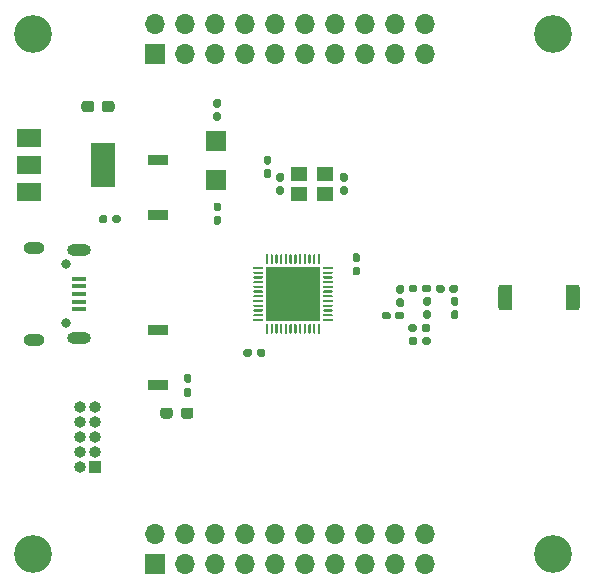
<source format=gbr>
%TF.GenerationSoftware,KiCad,Pcbnew,(5.1.12-1-10_14)*%
%TF.CreationDate,2022-01-30T11:33:22+08:00*%
%TF.ProjectId,nrf51822_devboard,6e726635-3138-4323-925f-646576626f61,rev?*%
%TF.SameCoordinates,Original*%
%TF.FileFunction,Soldermask,Top*%
%TF.FilePolarity,Negative*%
%FSLAX46Y46*%
G04 Gerber Fmt 4.6, Leading zero omitted, Abs format (unit mm)*
G04 Created by KiCad (PCBNEW (5.1.12-1-10_14)) date 2022-01-30 11:33:22*
%MOMM*%
%LPD*%
G01*
G04 APERTURE LIST*
%ADD10R,1.699997X0.899998*%
%ADD11C,3.200000*%
%ADD12O,1.700000X1.700000*%
%ADD13R,1.700000X1.700000*%
%ADD14R,1.400000X1.200000*%
%ADD15R,1.800000X1.750000*%
%ADD16C,0.800000*%
%ADD17O,1.800000X1.000000*%
%ADD18O,2.000000X1.000000*%
%ADD19R,1.300000X0.450000*%
%ADD20R,2.000000X1.500000*%
%ADD21R,2.000000X3.800000*%
%ADD22O,1.000000X1.000000*%
%ADD23R,1.000000X1.000000*%
%ADD24R,4.600000X4.600000*%
G04 APERTURE END LIST*
D10*
%TO.C,SW2*%
X113600000Y-68299970D03*
X113600000Y-63700030D03*
%TD*%
%TO.C,SW1*%
X113600000Y-82669970D03*
X113600000Y-78070030D03*
%TD*%
D11*
%TO.C,H3*%
X147000000Y-53000000D03*
%TD*%
%TO.C,H4*%
X147000000Y-97000000D03*
%TD*%
%TO.C,H2*%
X103000000Y-97000000D03*
%TD*%
%TO.C,H1*%
X103000000Y-53000000D03*
%TD*%
%TO.C,R1*%
G36*
G01*
X116230000Y-82510000D02*
X115910000Y-82510000D01*
G75*
G02*
X115750000Y-82350000I0J160000D01*
G01*
X115750000Y-81955000D01*
G75*
G02*
X115910000Y-81795000I160000J0D01*
G01*
X116230000Y-81795000D01*
G75*
G02*
X116390000Y-81955000I0J-160000D01*
G01*
X116390000Y-82350000D01*
G75*
G02*
X116230000Y-82510000I-160000J0D01*
G01*
G37*
G36*
G01*
X116230000Y-83705000D02*
X115910000Y-83705000D01*
G75*
G02*
X115750000Y-83545000I0J160000D01*
G01*
X115750000Y-83150000D01*
G75*
G02*
X115910000Y-82990000I160000J0D01*
G01*
X116230000Y-82990000D01*
G75*
G02*
X116390000Y-83150000I0J-160000D01*
G01*
X116390000Y-83545000D01*
G75*
G02*
X116230000Y-83705000I-160000J0D01*
G01*
G37*
%TD*%
%TO.C,D1*%
G36*
G01*
X115510000Y-85327500D02*
X115510000Y-84852500D01*
G75*
G02*
X115747500Y-84615000I237500J0D01*
G01*
X116322500Y-84615000D01*
G75*
G02*
X116560000Y-84852500I0J-237500D01*
G01*
X116560000Y-85327500D01*
G75*
G02*
X116322500Y-85565000I-237500J0D01*
G01*
X115747500Y-85565000D01*
G75*
G02*
X115510000Y-85327500I0J237500D01*
G01*
G37*
G36*
G01*
X113760000Y-85327500D02*
X113760000Y-84852500D01*
G75*
G02*
X113997500Y-84615000I237500J0D01*
G01*
X114572500Y-84615000D01*
G75*
G02*
X114810000Y-84852500I0J-237500D01*
G01*
X114810000Y-85327500D01*
G75*
G02*
X114572500Y-85565000I-237500J0D01*
G01*
X113997500Y-85565000D01*
G75*
G02*
X113760000Y-85327500I0J237500D01*
G01*
G37*
%TD*%
D12*
%TO.C,J3*%
X136150000Y-52140000D03*
X136150000Y-54680000D03*
X133610000Y-52140000D03*
X133610000Y-54680000D03*
X131070000Y-52140000D03*
X131070000Y-54680000D03*
X128530000Y-52140000D03*
X128530000Y-54680000D03*
X125990000Y-52140000D03*
X125990000Y-54680000D03*
X123450000Y-52140000D03*
X123450000Y-54680000D03*
X120910000Y-52140000D03*
X120910000Y-54680000D03*
X118370000Y-52140000D03*
X118370000Y-54680000D03*
X115830000Y-52140000D03*
X115830000Y-54680000D03*
X113290000Y-52140000D03*
D13*
X113290000Y-54680000D03*
%TD*%
D12*
%TO.C,J2*%
X136150000Y-95320000D03*
X136150000Y-97860000D03*
X133610000Y-95320000D03*
X133610000Y-97860000D03*
X131070000Y-95320000D03*
X131070000Y-97860000D03*
X128530000Y-95320000D03*
X128530000Y-97860000D03*
X125990000Y-95320000D03*
X125990000Y-97860000D03*
X123450000Y-95320000D03*
X123450000Y-97860000D03*
X120910000Y-95320000D03*
X120910000Y-97860000D03*
X118370000Y-95320000D03*
X118370000Y-97860000D03*
X115830000Y-95320000D03*
X115830000Y-97860000D03*
X113290000Y-95320000D03*
D13*
X113290000Y-97860000D03*
%TD*%
D14*
%TO.C,Y2*%
X127700000Y-66540000D03*
X125500000Y-66540000D03*
X125500000Y-64840000D03*
X127700000Y-64840000D03*
%TD*%
D15*
%TO.C,Y1*%
X118510000Y-65325000D03*
X118510000Y-62075000D03*
%TD*%
D16*
%TO.C,J1*%
X105800000Y-77500000D03*
X105800000Y-72500000D03*
D17*
X103050000Y-78875000D03*
X103050000Y-71125000D03*
D18*
X106850000Y-78725000D03*
X106850000Y-71275000D03*
D19*
X106900000Y-76300000D03*
X106900000Y-75650000D03*
X106900000Y-75000000D03*
X106900000Y-74350000D03*
X106900000Y-73700000D03*
%TD*%
D20*
%TO.C,U2*%
X102610000Y-61790000D03*
X102610000Y-66390000D03*
X102610000Y-64090000D03*
D21*
X108910000Y-64090000D03*
%TD*%
D22*
%TO.C,CON1*%
X108275000Y-84550000D03*
X107005000Y-84550000D03*
X108275000Y-85820000D03*
X107005000Y-85820000D03*
X108275000Y-87090000D03*
X107005000Y-87090000D03*
X108275000Y-88360000D03*
X107005000Y-88360000D03*
X107005000Y-89630000D03*
D23*
X108275000Y-89630000D03*
%TD*%
%TO.C,AE1*%
G36*
G01*
X148080000Y-76150001D02*
X148080000Y-74449999D01*
G75*
G02*
X148329999Y-74200000I249999J0D01*
G01*
X149030001Y-74200000D01*
G75*
G02*
X149280000Y-74449999I0J-249999D01*
G01*
X149280000Y-76150001D01*
G75*
G02*
X149030001Y-76400000I-249999J0D01*
G01*
X148329999Y-76400000D01*
G75*
G02*
X148080000Y-76150001I0J249999D01*
G01*
G37*
G36*
G01*
X142380000Y-76150001D02*
X142380000Y-74449999D01*
G75*
G02*
X142629999Y-74200000I249999J0D01*
G01*
X143330001Y-74200000D01*
G75*
G02*
X143580000Y-74449999I0J-249999D01*
G01*
X143580000Y-76150001D01*
G75*
G02*
X143330001Y-76400000I-249999J0D01*
G01*
X142629999Y-76400000D01*
G75*
G02*
X142380000Y-76150001I0J249999D01*
G01*
G37*
%TD*%
%TO.C,L3*%
G36*
G01*
X134240000Y-74980000D02*
X133920000Y-74980000D01*
G75*
G02*
X133760000Y-74820000I0J160000D01*
G01*
X133760000Y-74375000D01*
G75*
G02*
X133920000Y-74215000I160000J0D01*
G01*
X134240000Y-74215000D01*
G75*
G02*
X134400000Y-74375000I0J-160000D01*
G01*
X134400000Y-74820000D01*
G75*
G02*
X134240000Y-74980000I-160000J0D01*
G01*
G37*
G36*
G01*
X134240000Y-76125000D02*
X133920000Y-76125000D01*
G75*
G02*
X133760000Y-75965000I0J160000D01*
G01*
X133760000Y-75520000D01*
G75*
G02*
X133920000Y-75360000I160000J0D01*
G01*
X134240000Y-75360000D01*
G75*
G02*
X134400000Y-75520000I0J-160000D01*
G01*
X134400000Y-75965000D01*
G75*
G02*
X134240000Y-76125000I-160000J0D01*
G01*
G37*
%TD*%
%TO.C,L2*%
G36*
G01*
X133640000Y-76990000D02*
X133640000Y-76670000D01*
G75*
G02*
X133800000Y-76510000I160000J0D01*
G01*
X134245000Y-76510000D01*
G75*
G02*
X134405000Y-76670000I0J-160000D01*
G01*
X134405000Y-76990000D01*
G75*
G02*
X134245000Y-77150000I-160000J0D01*
G01*
X133800000Y-77150000D01*
G75*
G02*
X133640000Y-76990000I0J160000D01*
G01*
G37*
G36*
G01*
X132495000Y-76990000D02*
X132495000Y-76670000D01*
G75*
G02*
X132655000Y-76510000I160000J0D01*
G01*
X133100000Y-76510000D01*
G75*
G02*
X133260000Y-76670000I0J-160000D01*
G01*
X133260000Y-76990000D01*
G75*
G02*
X133100000Y-77150000I-160000J0D01*
G01*
X132655000Y-77150000D01*
G75*
G02*
X132495000Y-76990000I0J160000D01*
G01*
G37*
%TD*%
%TO.C,L1*%
G36*
G01*
X137850000Y-74400000D02*
X137850000Y-74720000D01*
G75*
G02*
X137690000Y-74880000I-160000J0D01*
G01*
X137245000Y-74880000D01*
G75*
G02*
X137085000Y-74720000I0J160000D01*
G01*
X137085000Y-74400000D01*
G75*
G02*
X137245000Y-74240000I160000J0D01*
G01*
X137690000Y-74240000D01*
G75*
G02*
X137850000Y-74400000I0J-160000D01*
G01*
G37*
G36*
G01*
X138995000Y-74400000D02*
X138995000Y-74720000D01*
G75*
G02*
X138835000Y-74880000I-160000J0D01*
G01*
X138390000Y-74880000D01*
G75*
G02*
X138230000Y-74720000I0J160000D01*
G01*
X138230000Y-74400000D01*
G75*
G02*
X138390000Y-74240000I160000J0D01*
G01*
X138835000Y-74240000D01*
G75*
G02*
X138995000Y-74400000I0J-160000D01*
G01*
G37*
%TD*%
%TO.C,C14*%
G36*
G01*
X108815000Y-59367500D02*
X108815000Y-58892500D01*
G75*
G02*
X109052500Y-58655000I237500J0D01*
G01*
X109652500Y-58655000D01*
G75*
G02*
X109890000Y-58892500I0J-237500D01*
G01*
X109890000Y-59367500D01*
G75*
G02*
X109652500Y-59605000I-237500J0D01*
G01*
X109052500Y-59605000D01*
G75*
G02*
X108815000Y-59367500I0J237500D01*
G01*
G37*
G36*
G01*
X107090000Y-59367500D02*
X107090000Y-58892500D01*
G75*
G02*
X107327500Y-58655000I237500J0D01*
G01*
X107927500Y-58655000D01*
G75*
G02*
X108165000Y-58892500I0J-237500D01*
G01*
X108165000Y-59367500D01*
G75*
G02*
X107927500Y-59605000I-237500J0D01*
G01*
X107327500Y-59605000D01*
G75*
G02*
X107090000Y-59367500I0J237500D01*
G01*
G37*
%TD*%
%TO.C,C13*%
G36*
G01*
X121532500Y-79835000D02*
X121532500Y-80145000D01*
G75*
G02*
X121377500Y-80300000I-155000J0D01*
G01*
X120952500Y-80300000D01*
G75*
G02*
X120797500Y-80145000I0J155000D01*
G01*
X120797500Y-79835000D01*
G75*
G02*
X120952500Y-79680000I155000J0D01*
G01*
X121377500Y-79680000D01*
G75*
G02*
X121532500Y-79835000I0J-155000D01*
G01*
G37*
G36*
G01*
X122667500Y-79835000D02*
X122667500Y-80145000D01*
G75*
G02*
X122512500Y-80300000I-155000J0D01*
G01*
X122087500Y-80300000D01*
G75*
G02*
X121932500Y-80145000I0J155000D01*
G01*
X121932500Y-79835000D01*
G75*
G02*
X122087500Y-79680000I155000J0D01*
G01*
X122512500Y-79680000D01*
G75*
G02*
X122667500Y-79835000I0J-155000D01*
G01*
G37*
%TD*%
%TO.C,C12*%
G36*
G01*
X130505000Y-72300000D02*
X130195000Y-72300000D01*
G75*
G02*
X130040000Y-72145000I0J155000D01*
G01*
X130040000Y-71720000D01*
G75*
G02*
X130195000Y-71565000I155000J0D01*
G01*
X130505000Y-71565000D01*
G75*
G02*
X130660000Y-71720000I0J-155000D01*
G01*
X130660000Y-72145000D01*
G75*
G02*
X130505000Y-72300000I-155000J0D01*
G01*
G37*
G36*
G01*
X130505000Y-73435000D02*
X130195000Y-73435000D01*
G75*
G02*
X130040000Y-73280000I0J155000D01*
G01*
X130040000Y-72855000D01*
G75*
G02*
X130195000Y-72700000I155000J0D01*
G01*
X130505000Y-72700000D01*
G75*
G02*
X130660000Y-72855000I0J-155000D01*
G01*
X130660000Y-73280000D01*
G75*
G02*
X130505000Y-73435000I-155000J0D01*
G01*
G37*
%TD*%
%TO.C,C11*%
G36*
G01*
X109690000Y-68815000D02*
X109690000Y-68505000D01*
G75*
G02*
X109845000Y-68350000I155000J0D01*
G01*
X110270000Y-68350000D01*
G75*
G02*
X110425000Y-68505000I0J-155000D01*
G01*
X110425000Y-68815000D01*
G75*
G02*
X110270000Y-68970000I-155000J0D01*
G01*
X109845000Y-68970000D01*
G75*
G02*
X109690000Y-68815000I0J155000D01*
G01*
G37*
G36*
G01*
X108555000Y-68815000D02*
X108555000Y-68505000D01*
G75*
G02*
X108710000Y-68350000I155000J0D01*
G01*
X109135000Y-68350000D01*
G75*
G02*
X109290000Y-68505000I0J-155000D01*
G01*
X109290000Y-68815000D01*
G75*
G02*
X109135000Y-68970000I-155000J0D01*
G01*
X108710000Y-68970000D01*
G75*
G02*
X108555000Y-68815000I0J155000D01*
G01*
G37*
%TD*%
%TO.C,C10*%
G36*
G01*
X122995000Y-64040000D02*
X122685000Y-64040000D01*
G75*
G02*
X122530000Y-63885000I0J155000D01*
G01*
X122530000Y-63460000D01*
G75*
G02*
X122685000Y-63305000I155000J0D01*
G01*
X122995000Y-63305000D01*
G75*
G02*
X123150000Y-63460000I0J-155000D01*
G01*
X123150000Y-63885000D01*
G75*
G02*
X122995000Y-64040000I-155000J0D01*
G01*
G37*
G36*
G01*
X122995000Y-65175000D02*
X122685000Y-65175000D01*
G75*
G02*
X122530000Y-65020000I0J155000D01*
G01*
X122530000Y-64595000D01*
G75*
G02*
X122685000Y-64440000I155000J0D01*
G01*
X122995000Y-64440000D01*
G75*
G02*
X123150000Y-64595000I0J-155000D01*
G01*
X123150000Y-65020000D01*
G75*
G02*
X122995000Y-65175000I-155000J0D01*
G01*
G37*
%TD*%
%TO.C,C9*%
G36*
G01*
X135920000Y-79145000D02*
X135920000Y-78835000D01*
G75*
G02*
X136075000Y-78680000I155000J0D01*
G01*
X136500000Y-78680000D01*
G75*
G02*
X136655000Y-78835000I0J-155000D01*
G01*
X136655000Y-79145000D01*
G75*
G02*
X136500000Y-79300000I-155000J0D01*
G01*
X136075000Y-79300000D01*
G75*
G02*
X135920000Y-79145000I0J155000D01*
G01*
G37*
G36*
G01*
X134785000Y-79145000D02*
X134785000Y-78835000D01*
G75*
G02*
X134940000Y-78680000I155000J0D01*
G01*
X135365000Y-78680000D01*
G75*
G02*
X135520000Y-78835000I0J-155000D01*
G01*
X135520000Y-79145000D01*
G75*
G02*
X135365000Y-79300000I-155000J0D01*
G01*
X134940000Y-79300000D01*
G75*
G02*
X134785000Y-79145000I0J155000D01*
G01*
G37*
%TD*%
%TO.C,C8*%
G36*
G01*
X135890000Y-78025000D02*
X135890000Y-77715000D01*
G75*
G02*
X136045000Y-77560000I155000J0D01*
G01*
X136470000Y-77560000D01*
G75*
G02*
X136625000Y-77715000I0J-155000D01*
G01*
X136625000Y-78025000D01*
G75*
G02*
X136470000Y-78180000I-155000J0D01*
G01*
X136045000Y-78180000D01*
G75*
G02*
X135890000Y-78025000I0J155000D01*
G01*
G37*
G36*
G01*
X134755000Y-78025000D02*
X134755000Y-77715000D01*
G75*
G02*
X134910000Y-77560000I155000J0D01*
G01*
X135335000Y-77560000D01*
G75*
G02*
X135490000Y-77715000I0J-155000D01*
G01*
X135490000Y-78025000D01*
G75*
G02*
X135335000Y-78180000I-155000J0D01*
G01*
X134910000Y-78180000D01*
G75*
G02*
X134755000Y-78025000I0J155000D01*
G01*
G37*
%TD*%
%TO.C,C7*%
G36*
G01*
X124055000Y-65480000D02*
X123745000Y-65480000D01*
G75*
G02*
X123590000Y-65325000I0J155000D01*
G01*
X123590000Y-64900000D01*
G75*
G02*
X123745000Y-64745000I155000J0D01*
G01*
X124055000Y-64745000D01*
G75*
G02*
X124210000Y-64900000I0J-155000D01*
G01*
X124210000Y-65325000D01*
G75*
G02*
X124055000Y-65480000I-155000J0D01*
G01*
G37*
G36*
G01*
X124055000Y-66615000D02*
X123745000Y-66615000D01*
G75*
G02*
X123590000Y-66460000I0J155000D01*
G01*
X123590000Y-66035000D01*
G75*
G02*
X123745000Y-65880000I155000J0D01*
G01*
X124055000Y-65880000D01*
G75*
G02*
X124210000Y-66035000I0J-155000D01*
G01*
X124210000Y-66460000D01*
G75*
G02*
X124055000Y-66615000I-155000J0D01*
G01*
G37*
%TD*%
%TO.C,C6*%
G36*
G01*
X129155000Y-65880000D02*
X129465000Y-65880000D01*
G75*
G02*
X129620000Y-66035000I0J-155000D01*
G01*
X129620000Y-66460000D01*
G75*
G02*
X129465000Y-66615000I-155000J0D01*
G01*
X129155000Y-66615000D01*
G75*
G02*
X129000000Y-66460000I0J155000D01*
G01*
X129000000Y-66035000D01*
G75*
G02*
X129155000Y-65880000I155000J0D01*
G01*
G37*
G36*
G01*
X129155000Y-64745000D02*
X129465000Y-64745000D01*
G75*
G02*
X129620000Y-64900000I0J-155000D01*
G01*
X129620000Y-65325000D01*
G75*
G02*
X129465000Y-65480000I-155000J0D01*
G01*
X129155000Y-65480000D01*
G75*
G02*
X129000000Y-65325000I0J155000D01*
G01*
X129000000Y-64900000D01*
G75*
G02*
X129155000Y-64745000I155000J0D01*
G01*
G37*
%TD*%
%TO.C,C5*%
G36*
G01*
X135530000Y-74385000D02*
X135530000Y-74695000D01*
G75*
G02*
X135375000Y-74850000I-155000J0D01*
G01*
X134950000Y-74850000D01*
G75*
G02*
X134795000Y-74695000I0J155000D01*
G01*
X134795000Y-74385000D01*
G75*
G02*
X134950000Y-74230000I155000J0D01*
G01*
X135375000Y-74230000D01*
G75*
G02*
X135530000Y-74385000I0J-155000D01*
G01*
G37*
G36*
G01*
X136665000Y-74385000D02*
X136665000Y-74695000D01*
G75*
G02*
X136510000Y-74850000I-155000J0D01*
G01*
X136085000Y-74850000D01*
G75*
G02*
X135930000Y-74695000I0J155000D01*
G01*
X135930000Y-74385000D01*
G75*
G02*
X136085000Y-74230000I155000J0D01*
G01*
X136510000Y-74230000D01*
G75*
G02*
X136665000Y-74385000I0J-155000D01*
G01*
G37*
%TD*%
%TO.C,C4*%
G36*
G01*
X118425000Y-68400000D02*
X118735000Y-68400000D01*
G75*
G02*
X118890000Y-68555000I0J-155000D01*
G01*
X118890000Y-68980000D01*
G75*
G02*
X118735000Y-69135000I-155000J0D01*
G01*
X118425000Y-69135000D01*
G75*
G02*
X118270000Y-68980000I0J155000D01*
G01*
X118270000Y-68555000D01*
G75*
G02*
X118425000Y-68400000I155000J0D01*
G01*
G37*
G36*
G01*
X118425000Y-67265000D02*
X118735000Y-67265000D01*
G75*
G02*
X118890000Y-67420000I0J-155000D01*
G01*
X118890000Y-67845000D01*
G75*
G02*
X118735000Y-68000000I-155000J0D01*
G01*
X118425000Y-68000000D01*
G75*
G02*
X118270000Y-67845000I0J155000D01*
G01*
X118270000Y-67420000D01*
G75*
G02*
X118425000Y-67265000I155000J0D01*
G01*
G37*
%TD*%
%TO.C,C3*%
G36*
G01*
X118725000Y-59220000D02*
X118415000Y-59220000D01*
G75*
G02*
X118260000Y-59065000I0J155000D01*
G01*
X118260000Y-58640000D01*
G75*
G02*
X118415000Y-58485000I155000J0D01*
G01*
X118725000Y-58485000D01*
G75*
G02*
X118880000Y-58640000I0J-155000D01*
G01*
X118880000Y-59065000D01*
G75*
G02*
X118725000Y-59220000I-155000J0D01*
G01*
G37*
G36*
G01*
X118725000Y-60355000D02*
X118415000Y-60355000D01*
G75*
G02*
X118260000Y-60200000I0J155000D01*
G01*
X118260000Y-59775000D01*
G75*
G02*
X118415000Y-59620000I155000J0D01*
G01*
X118725000Y-59620000D01*
G75*
G02*
X118880000Y-59775000I0J-155000D01*
G01*
X118880000Y-60200000D01*
G75*
G02*
X118725000Y-60355000I-155000J0D01*
G01*
G37*
%TD*%
%TO.C,C2*%
G36*
G01*
X136195000Y-76380000D02*
X136505000Y-76380000D01*
G75*
G02*
X136660000Y-76535000I0J-155000D01*
G01*
X136660000Y-76960000D01*
G75*
G02*
X136505000Y-77115000I-155000J0D01*
G01*
X136195000Y-77115000D01*
G75*
G02*
X136040000Y-76960000I0J155000D01*
G01*
X136040000Y-76535000D01*
G75*
G02*
X136195000Y-76380000I155000J0D01*
G01*
G37*
G36*
G01*
X136195000Y-75245000D02*
X136505000Y-75245000D01*
G75*
G02*
X136660000Y-75400000I0J-155000D01*
G01*
X136660000Y-75825000D01*
G75*
G02*
X136505000Y-75980000I-155000J0D01*
G01*
X136195000Y-75980000D01*
G75*
G02*
X136040000Y-75825000I0J155000D01*
G01*
X136040000Y-75400000D01*
G75*
G02*
X136195000Y-75245000I155000J0D01*
G01*
G37*
%TD*%
%TO.C,C1*%
G36*
G01*
X138535000Y-76390000D02*
X138845000Y-76390000D01*
G75*
G02*
X139000000Y-76545000I0J-155000D01*
G01*
X139000000Y-76970000D01*
G75*
G02*
X138845000Y-77125000I-155000J0D01*
G01*
X138535000Y-77125000D01*
G75*
G02*
X138380000Y-76970000I0J155000D01*
G01*
X138380000Y-76545000D01*
G75*
G02*
X138535000Y-76390000I155000J0D01*
G01*
G37*
G36*
G01*
X138535000Y-75255000D02*
X138845000Y-75255000D01*
G75*
G02*
X139000000Y-75410000I0J-155000D01*
G01*
X139000000Y-75835000D01*
G75*
G02*
X138845000Y-75990000I-155000J0D01*
G01*
X138535000Y-75990000D01*
G75*
G02*
X138380000Y-75835000I0J155000D01*
G01*
X138380000Y-75410000D01*
G75*
G02*
X138535000Y-75255000I155000J0D01*
G01*
G37*
%TD*%
D24*
%TO.C,U1*%
X125000000Y-75000000D03*
G36*
G01*
X122700000Y-72400000D02*
X122700000Y-71700000D01*
G75*
G02*
X122750000Y-71650000I50000J0D01*
G01*
X122850000Y-71650000D01*
G75*
G02*
X122900000Y-71700000I0J-50000D01*
G01*
X122900000Y-72400000D01*
G75*
G02*
X122850000Y-72450000I-50000J0D01*
G01*
X122750000Y-72450000D01*
G75*
G02*
X122700000Y-72400000I0J50000D01*
G01*
G37*
G36*
G01*
X123100000Y-72400000D02*
X123100000Y-71700000D01*
G75*
G02*
X123150000Y-71650000I50000J0D01*
G01*
X123250000Y-71650000D01*
G75*
G02*
X123300000Y-71700000I0J-50000D01*
G01*
X123300000Y-72400000D01*
G75*
G02*
X123250000Y-72450000I-50000J0D01*
G01*
X123150000Y-72450000D01*
G75*
G02*
X123100000Y-72400000I0J50000D01*
G01*
G37*
G36*
G01*
X123500000Y-72400000D02*
X123500000Y-71700000D01*
G75*
G02*
X123550000Y-71650000I50000J0D01*
G01*
X123650000Y-71650000D01*
G75*
G02*
X123700000Y-71700000I0J-50000D01*
G01*
X123700000Y-72400000D01*
G75*
G02*
X123650000Y-72450000I-50000J0D01*
G01*
X123550000Y-72450000D01*
G75*
G02*
X123500000Y-72400000I0J50000D01*
G01*
G37*
G36*
G01*
X123900000Y-72400000D02*
X123900000Y-71700000D01*
G75*
G02*
X123950000Y-71650000I50000J0D01*
G01*
X124050000Y-71650000D01*
G75*
G02*
X124100000Y-71700000I0J-50000D01*
G01*
X124100000Y-72400000D01*
G75*
G02*
X124050000Y-72450000I-50000J0D01*
G01*
X123950000Y-72450000D01*
G75*
G02*
X123900000Y-72400000I0J50000D01*
G01*
G37*
G36*
G01*
X124300000Y-72400000D02*
X124300000Y-71700000D01*
G75*
G02*
X124350000Y-71650000I50000J0D01*
G01*
X124450000Y-71650000D01*
G75*
G02*
X124500000Y-71700000I0J-50000D01*
G01*
X124500000Y-72400000D01*
G75*
G02*
X124450000Y-72450000I-50000J0D01*
G01*
X124350000Y-72450000D01*
G75*
G02*
X124300000Y-72400000I0J50000D01*
G01*
G37*
G36*
G01*
X124700000Y-72400000D02*
X124700000Y-71700000D01*
G75*
G02*
X124750000Y-71650000I50000J0D01*
G01*
X124850000Y-71650000D01*
G75*
G02*
X124900000Y-71700000I0J-50000D01*
G01*
X124900000Y-72400000D01*
G75*
G02*
X124850000Y-72450000I-50000J0D01*
G01*
X124750000Y-72450000D01*
G75*
G02*
X124700000Y-72400000I0J50000D01*
G01*
G37*
G36*
G01*
X125100000Y-72400000D02*
X125100000Y-71700000D01*
G75*
G02*
X125150000Y-71650000I50000J0D01*
G01*
X125250000Y-71650000D01*
G75*
G02*
X125300000Y-71700000I0J-50000D01*
G01*
X125300000Y-72400000D01*
G75*
G02*
X125250000Y-72450000I-50000J0D01*
G01*
X125150000Y-72450000D01*
G75*
G02*
X125100000Y-72400000I0J50000D01*
G01*
G37*
G36*
G01*
X125500000Y-72400000D02*
X125500000Y-71700000D01*
G75*
G02*
X125550000Y-71650000I50000J0D01*
G01*
X125650000Y-71650000D01*
G75*
G02*
X125700000Y-71700000I0J-50000D01*
G01*
X125700000Y-72400000D01*
G75*
G02*
X125650000Y-72450000I-50000J0D01*
G01*
X125550000Y-72450000D01*
G75*
G02*
X125500000Y-72400000I0J50000D01*
G01*
G37*
G36*
G01*
X125900000Y-72400000D02*
X125900000Y-71700000D01*
G75*
G02*
X125950000Y-71650000I50000J0D01*
G01*
X126050000Y-71650000D01*
G75*
G02*
X126100000Y-71700000I0J-50000D01*
G01*
X126100000Y-72400000D01*
G75*
G02*
X126050000Y-72450000I-50000J0D01*
G01*
X125950000Y-72450000D01*
G75*
G02*
X125900000Y-72400000I0J50000D01*
G01*
G37*
G36*
G01*
X126300000Y-72400000D02*
X126300000Y-71700000D01*
G75*
G02*
X126350000Y-71650000I50000J0D01*
G01*
X126450000Y-71650000D01*
G75*
G02*
X126500000Y-71700000I0J-50000D01*
G01*
X126500000Y-72400000D01*
G75*
G02*
X126450000Y-72450000I-50000J0D01*
G01*
X126350000Y-72450000D01*
G75*
G02*
X126300000Y-72400000I0J50000D01*
G01*
G37*
G36*
G01*
X126700000Y-72400000D02*
X126700000Y-71700000D01*
G75*
G02*
X126750000Y-71650000I50000J0D01*
G01*
X126850000Y-71650000D01*
G75*
G02*
X126900000Y-71700000I0J-50000D01*
G01*
X126900000Y-72400000D01*
G75*
G02*
X126850000Y-72450000I-50000J0D01*
G01*
X126750000Y-72450000D01*
G75*
G02*
X126700000Y-72400000I0J50000D01*
G01*
G37*
G36*
G01*
X127100000Y-72400000D02*
X127100000Y-71700000D01*
G75*
G02*
X127150000Y-71650000I50000J0D01*
G01*
X127250000Y-71650000D01*
G75*
G02*
X127300000Y-71700000I0J-50000D01*
G01*
X127300000Y-72400000D01*
G75*
G02*
X127250000Y-72450000I-50000J0D01*
G01*
X127150000Y-72450000D01*
G75*
G02*
X127100000Y-72400000I0J50000D01*
G01*
G37*
G36*
G01*
X127550000Y-72850000D02*
X127550000Y-72750000D01*
G75*
G02*
X127600000Y-72700000I50000J0D01*
G01*
X128300000Y-72700000D01*
G75*
G02*
X128350000Y-72750000I0J-50000D01*
G01*
X128350000Y-72850000D01*
G75*
G02*
X128300000Y-72900000I-50000J0D01*
G01*
X127600000Y-72900000D01*
G75*
G02*
X127550000Y-72850000I0J50000D01*
G01*
G37*
G36*
G01*
X127550000Y-73250000D02*
X127550000Y-73150000D01*
G75*
G02*
X127600000Y-73100000I50000J0D01*
G01*
X128300000Y-73100000D01*
G75*
G02*
X128350000Y-73150000I0J-50000D01*
G01*
X128350000Y-73250000D01*
G75*
G02*
X128300000Y-73300000I-50000J0D01*
G01*
X127600000Y-73300000D01*
G75*
G02*
X127550000Y-73250000I0J50000D01*
G01*
G37*
G36*
G01*
X127550000Y-73650000D02*
X127550000Y-73550000D01*
G75*
G02*
X127600000Y-73500000I50000J0D01*
G01*
X128300000Y-73500000D01*
G75*
G02*
X128350000Y-73550000I0J-50000D01*
G01*
X128350000Y-73650000D01*
G75*
G02*
X128300000Y-73700000I-50000J0D01*
G01*
X127600000Y-73700000D01*
G75*
G02*
X127550000Y-73650000I0J50000D01*
G01*
G37*
G36*
G01*
X127550000Y-74050000D02*
X127550000Y-73950000D01*
G75*
G02*
X127600000Y-73900000I50000J0D01*
G01*
X128300000Y-73900000D01*
G75*
G02*
X128350000Y-73950000I0J-50000D01*
G01*
X128350000Y-74050000D01*
G75*
G02*
X128300000Y-74100000I-50000J0D01*
G01*
X127600000Y-74100000D01*
G75*
G02*
X127550000Y-74050000I0J50000D01*
G01*
G37*
G36*
G01*
X127550000Y-74450000D02*
X127550000Y-74350000D01*
G75*
G02*
X127600000Y-74300000I50000J0D01*
G01*
X128300000Y-74300000D01*
G75*
G02*
X128350000Y-74350000I0J-50000D01*
G01*
X128350000Y-74450000D01*
G75*
G02*
X128300000Y-74500000I-50000J0D01*
G01*
X127600000Y-74500000D01*
G75*
G02*
X127550000Y-74450000I0J50000D01*
G01*
G37*
G36*
G01*
X127550000Y-74850000D02*
X127550000Y-74750000D01*
G75*
G02*
X127600000Y-74700000I50000J0D01*
G01*
X128300000Y-74700000D01*
G75*
G02*
X128350000Y-74750000I0J-50000D01*
G01*
X128350000Y-74850000D01*
G75*
G02*
X128300000Y-74900000I-50000J0D01*
G01*
X127600000Y-74900000D01*
G75*
G02*
X127550000Y-74850000I0J50000D01*
G01*
G37*
G36*
G01*
X127550000Y-75250000D02*
X127550000Y-75150000D01*
G75*
G02*
X127600000Y-75100000I50000J0D01*
G01*
X128300000Y-75100000D01*
G75*
G02*
X128350000Y-75150000I0J-50000D01*
G01*
X128350000Y-75250000D01*
G75*
G02*
X128300000Y-75300000I-50000J0D01*
G01*
X127600000Y-75300000D01*
G75*
G02*
X127550000Y-75250000I0J50000D01*
G01*
G37*
G36*
G01*
X127550000Y-75650000D02*
X127550000Y-75550000D01*
G75*
G02*
X127600000Y-75500000I50000J0D01*
G01*
X128300000Y-75500000D01*
G75*
G02*
X128350000Y-75550000I0J-50000D01*
G01*
X128350000Y-75650000D01*
G75*
G02*
X128300000Y-75700000I-50000J0D01*
G01*
X127600000Y-75700000D01*
G75*
G02*
X127550000Y-75650000I0J50000D01*
G01*
G37*
G36*
G01*
X127550000Y-76050000D02*
X127550000Y-75950000D01*
G75*
G02*
X127600000Y-75900000I50000J0D01*
G01*
X128300000Y-75900000D01*
G75*
G02*
X128350000Y-75950000I0J-50000D01*
G01*
X128350000Y-76050000D01*
G75*
G02*
X128300000Y-76100000I-50000J0D01*
G01*
X127600000Y-76100000D01*
G75*
G02*
X127550000Y-76050000I0J50000D01*
G01*
G37*
G36*
G01*
X127550000Y-76450000D02*
X127550000Y-76350000D01*
G75*
G02*
X127600000Y-76300000I50000J0D01*
G01*
X128300000Y-76300000D01*
G75*
G02*
X128350000Y-76350000I0J-50000D01*
G01*
X128350000Y-76450000D01*
G75*
G02*
X128300000Y-76500000I-50000J0D01*
G01*
X127600000Y-76500000D01*
G75*
G02*
X127550000Y-76450000I0J50000D01*
G01*
G37*
G36*
G01*
X127550000Y-76850000D02*
X127550000Y-76750000D01*
G75*
G02*
X127600000Y-76700000I50000J0D01*
G01*
X128300000Y-76700000D01*
G75*
G02*
X128350000Y-76750000I0J-50000D01*
G01*
X128350000Y-76850000D01*
G75*
G02*
X128300000Y-76900000I-50000J0D01*
G01*
X127600000Y-76900000D01*
G75*
G02*
X127550000Y-76850000I0J50000D01*
G01*
G37*
G36*
G01*
X127550000Y-77250000D02*
X127550000Y-77150000D01*
G75*
G02*
X127600000Y-77100000I50000J0D01*
G01*
X128300000Y-77100000D01*
G75*
G02*
X128350000Y-77150000I0J-50000D01*
G01*
X128350000Y-77250000D01*
G75*
G02*
X128300000Y-77300000I-50000J0D01*
G01*
X127600000Y-77300000D01*
G75*
G02*
X127550000Y-77250000I0J50000D01*
G01*
G37*
G36*
G01*
X127100000Y-78300000D02*
X127100000Y-77600000D01*
G75*
G02*
X127150000Y-77550000I50000J0D01*
G01*
X127250000Y-77550000D01*
G75*
G02*
X127300000Y-77600000I0J-50000D01*
G01*
X127300000Y-78300000D01*
G75*
G02*
X127250000Y-78350000I-50000J0D01*
G01*
X127150000Y-78350000D01*
G75*
G02*
X127100000Y-78300000I0J50000D01*
G01*
G37*
G36*
G01*
X126700000Y-78300000D02*
X126700000Y-77600000D01*
G75*
G02*
X126750000Y-77550000I50000J0D01*
G01*
X126850000Y-77550000D01*
G75*
G02*
X126900000Y-77600000I0J-50000D01*
G01*
X126900000Y-78300000D01*
G75*
G02*
X126850000Y-78350000I-50000J0D01*
G01*
X126750000Y-78350000D01*
G75*
G02*
X126700000Y-78300000I0J50000D01*
G01*
G37*
G36*
G01*
X126300000Y-78300000D02*
X126300000Y-77600000D01*
G75*
G02*
X126350000Y-77550000I50000J0D01*
G01*
X126450000Y-77550000D01*
G75*
G02*
X126500000Y-77600000I0J-50000D01*
G01*
X126500000Y-78300000D01*
G75*
G02*
X126450000Y-78350000I-50000J0D01*
G01*
X126350000Y-78350000D01*
G75*
G02*
X126300000Y-78300000I0J50000D01*
G01*
G37*
G36*
G01*
X125900000Y-78300000D02*
X125900000Y-77600000D01*
G75*
G02*
X125950000Y-77550000I50000J0D01*
G01*
X126050000Y-77550000D01*
G75*
G02*
X126100000Y-77600000I0J-50000D01*
G01*
X126100000Y-78300000D01*
G75*
G02*
X126050000Y-78350000I-50000J0D01*
G01*
X125950000Y-78350000D01*
G75*
G02*
X125900000Y-78300000I0J50000D01*
G01*
G37*
G36*
G01*
X125500000Y-78300000D02*
X125500000Y-77600000D01*
G75*
G02*
X125550000Y-77550000I50000J0D01*
G01*
X125650000Y-77550000D01*
G75*
G02*
X125700000Y-77600000I0J-50000D01*
G01*
X125700000Y-78300000D01*
G75*
G02*
X125650000Y-78350000I-50000J0D01*
G01*
X125550000Y-78350000D01*
G75*
G02*
X125500000Y-78300000I0J50000D01*
G01*
G37*
G36*
G01*
X125100000Y-78300000D02*
X125100000Y-77600000D01*
G75*
G02*
X125150000Y-77550000I50000J0D01*
G01*
X125250000Y-77550000D01*
G75*
G02*
X125300000Y-77600000I0J-50000D01*
G01*
X125300000Y-78300000D01*
G75*
G02*
X125250000Y-78350000I-50000J0D01*
G01*
X125150000Y-78350000D01*
G75*
G02*
X125100000Y-78300000I0J50000D01*
G01*
G37*
G36*
G01*
X124700000Y-78300000D02*
X124700000Y-77600000D01*
G75*
G02*
X124750000Y-77550000I50000J0D01*
G01*
X124850000Y-77550000D01*
G75*
G02*
X124900000Y-77600000I0J-50000D01*
G01*
X124900000Y-78300000D01*
G75*
G02*
X124850000Y-78350000I-50000J0D01*
G01*
X124750000Y-78350000D01*
G75*
G02*
X124700000Y-78300000I0J50000D01*
G01*
G37*
G36*
G01*
X124300000Y-78300000D02*
X124300000Y-77600000D01*
G75*
G02*
X124350000Y-77550000I50000J0D01*
G01*
X124450000Y-77550000D01*
G75*
G02*
X124500000Y-77600000I0J-50000D01*
G01*
X124500000Y-78300000D01*
G75*
G02*
X124450000Y-78350000I-50000J0D01*
G01*
X124350000Y-78350000D01*
G75*
G02*
X124300000Y-78300000I0J50000D01*
G01*
G37*
G36*
G01*
X123900000Y-78300000D02*
X123900000Y-77600000D01*
G75*
G02*
X123950000Y-77550000I50000J0D01*
G01*
X124050000Y-77550000D01*
G75*
G02*
X124100000Y-77600000I0J-50000D01*
G01*
X124100000Y-78300000D01*
G75*
G02*
X124050000Y-78350000I-50000J0D01*
G01*
X123950000Y-78350000D01*
G75*
G02*
X123900000Y-78300000I0J50000D01*
G01*
G37*
G36*
G01*
X123500000Y-78300000D02*
X123500000Y-77600000D01*
G75*
G02*
X123550000Y-77550000I50000J0D01*
G01*
X123650000Y-77550000D01*
G75*
G02*
X123700000Y-77600000I0J-50000D01*
G01*
X123700000Y-78300000D01*
G75*
G02*
X123650000Y-78350000I-50000J0D01*
G01*
X123550000Y-78350000D01*
G75*
G02*
X123500000Y-78300000I0J50000D01*
G01*
G37*
G36*
G01*
X123100000Y-78300000D02*
X123100000Y-77600000D01*
G75*
G02*
X123150000Y-77550000I50000J0D01*
G01*
X123250000Y-77550000D01*
G75*
G02*
X123300000Y-77600000I0J-50000D01*
G01*
X123300000Y-78300000D01*
G75*
G02*
X123250000Y-78350000I-50000J0D01*
G01*
X123150000Y-78350000D01*
G75*
G02*
X123100000Y-78300000I0J50000D01*
G01*
G37*
G36*
G01*
X122700000Y-78300000D02*
X122700000Y-77600000D01*
G75*
G02*
X122750000Y-77550000I50000J0D01*
G01*
X122850000Y-77550000D01*
G75*
G02*
X122900000Y-77600000I0J-50000D01*
G01*
X122900000Y-78300000D01*
G75*
G02*
X122850000Y-78350000I-50000J0D01*
G01*
X122750000Y-78350000D01*
G75*
G02*
X122700000Y-78300000I0J50000D01*
G01*
G37*
G36*
G01*
X121650000Y-77250000D02*
X121650000Y-77150000D01*
G75*
G02*
X121700000Y-77100000I50000J0D01*
G01*
X122400000Y-77100000D01*
G75*
G02*
X122450000Y-77150000I0J-50000D01*
G01*
X122450000Y-77250000D01*
G75*
G02*
X122400000Y-77300000I-50000J0D01*
G01*
X121700000Y-77300000D01*
G75*
G02*
X121650000Y-77250000I0J50000D01*
G01*
G37*
G36*
G01*
X121650000Y-76850000D02*
X121650000Y-76750000D01*
G75*
G02*
X121700000Y-76700000I50000J0D01*
G01*
X122400000Y-76700000D01*
G75*
G02*
X122450000Y-76750000I0J-50000D01*
G01*
X122450000Y-76850000D01*
G75*
G02*
X122400000Y-76900000I-50000J0D01*
G01*
X121700000Y-76900000D01*
G75*
G02*
X121650000Y-76850000I0J50000D01*
G01*
G37*
G36*
G01*
X121650000Y-76450000D02*
X121650000Y-76350000D01*
G75*
G02*
X121700000Y-76300000I50000J0D01*
G01*
X122400000Y-76300000D01*
G75*
G02*
X122450000Y-76350000I0J-50000D01*
G01*
X122450000Y-76450000D01*
G75*
G02*
X122400000Y-76500000I-50000J0D01*
G01*
X121700000Y-76500000D01*
G75*
G02*
X121650000Y-76450000I0J50000D01*
G01*
G37*
G36*
G01*
X121650000Y-76050000D02*
X121650000Y-75950000D01*
G75*
G02*
X121700000Y-75900000I50000J0D01*
G01*
X122400000Y-75900000D01*
G75*
G02*
X122450000Y-75950000I0J-50000D01*
G01*
X122450000Y-76050000D01*
G75*
G02*
X122400000Y-76100000I-50000J0D01*
G01*
X121700000Y-76100000D01*
G75*
G02*
X121650000Y-76050000I0J50000D01*
G01*
G37*
G36*
G01*
X121650000Y-75650000D02*
X121650000Y-75550000D01*
G75*
G02*
X121700000Y-75500000I50000J0D01*
G01*
X122400000Y-75500000D01*
G75*
G02*
X122450000Y-75550000I0J-50000D01*
G01*
X122450000Y-75650000D01*
G75*
G02*
X122400000Y-75700000I-50000J0D01*
G01*
X121700000Y-75700000D01*
G75*
G02*
X121650000Y-75650000I0J50000D01*
G01*
G37*
G36*
G01*
X121650000Y-75250000D02*
X121650000Y-75150000D01*
G75*
G02*
X121700000Y-75100000I50000J0D01*
G01*
X122400000Y-75100000D01*
G75*
G02*
X122450000Y-75150000I0J-50000D01*
G01*
X122450000Y-75250000D01*
G75*
G02*
X122400000Y-75300000I-50000J0D01*
G01*
X121700000Y-75300000D01*
G75*
G02*
X121650000Y-75250000I0J50000D01*
G01*
G37*
G36*
G01*
X121650000Y-74850000D02*
X121650000Y-74750000D01*
G75*
G02*
X121700000Y-74700000I50000J0D01*
G01*
X122400000Y-74700000D01*
G75*
G02*
X122450000Y-74750000I0J-50000D01*
G01*
X122450000Y-74850000D01*
G75*
G02*
X122400000Y-74900000I-50000J0D01*
G01*
X121700000Y-74900000D01*
G75*
G02*
X121650000Y-74850000I0J50000D01*
G01*
G37*
G36*
G01*
X121650000Y-74450000D02*
X121650000Y-74350000D01*
G75*
G02*
X121700000Y-74300000I50000J0D01*
G01*
X122400000Y-74300000D01*
G75*
G02*
X122450000Y-74350000I0J-50000D01*
G01*
X122450000Y-74450000D01*
G75*
G02*
X122400000Y-74500000I-50000J0D01*
G01*
X121700000Y-74500000D01*
G75*
G02*
X121650000Y-74450000I0J50000D01*
G01*
G37*
G36*
G01*
X121650000Y-74050000D02*
X121650000Y-73950000D01*
G75*
G02*
X121700000Y-73900000I50000J0D01*
G01*
X122400000Y-73900000D01*
G75*
G02*
X122450000Y-73950000I0J-50000D01*
G01*
X122450000Y-74050000D01*
G75*
G02*
X122400000Y-74100000I-50000J0D01*
G01*
X121700000Y-74100000D01*
G75*
G02*
X121650000Y-74050000I0J50000D01*
G01*
G37*
G36*
G01*
X121650000Y-73650000D02*
X121650000Y-73550000D01*
G75*
G02*
X121700000Y-73500000I50000J0D01*
G01*
X122400000Y-73500000D01*
G75*
G02*
X122450000Y-73550000I0J-50000D01*
G01*
X122450000Y-73650000D01*
G75*
G02*
X122400000Y-73700000I-50000J0D01*
G01*
X121700000Y-73700000D01*
G75*
G02*
X121650000Y-73650000I0J50000D01*
G01*
G37*
G36*
G01*
X121650000Y-73250000D02*
X121650000Y-73150000D01*
G75*
G02*
X121700000Y-73100000I50000J0D01*
G01*
X122400000Y-73100000D01*
G75*
G02*
X122450000Y-73150000I0J-50000D01*
G01*
X122450000Y-73250000D01*
G75*
G02*
X122400000Y-73300000I-50000J0D01*
G01*
X121700000Y-73300000D01*
G75*
G02*
X121650000Y-73250000I0J50000D01*
G01*
G37*
G36*
G01*
X121650000Y-72850000D02*
X121650000Y-72750000D01*
G75*
G02*
X121700000Y-72700000I50000J0D01*
G01*
X122400000Y-72700000D01*
G75*
G02*
X122450000Y-72750000I0J-50000D01*
G01*
X122450000Y-72850000D01*
G75*
G02*
X122400000Y-72900000I-50000J0D01*
G01*
X121700000Y-72900000D01*
G75*
G02*
X121650000Y-72850000I0J50000D01*
G01*
G37*
%TD*%
M02*

</source>
